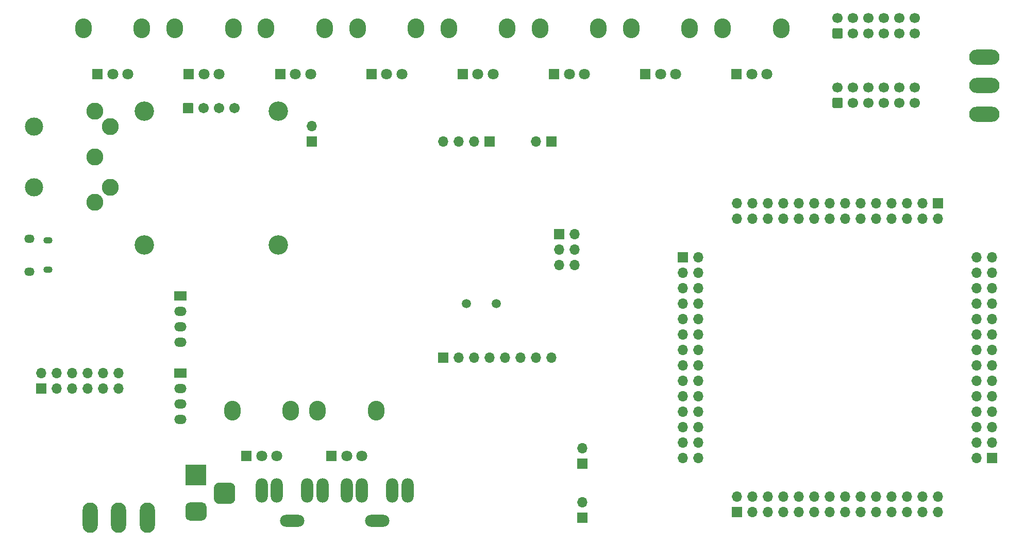
<source format=gbr>
%TF.GenerationSoftware,KiCad,Pcbnew,(5.1.10)-1*%
%TF.CreationDate,2024-11-23T17:23:43+01:00*%
%TF.ProjectId,EFES_project,45464553-5f70-4726-9f6a-6563742e6b69,rev?*%
%TF.SameCoordinates,Original*%
%TF.FileFunction,Soldermask,Bot*%
%TF.FilePolarity,Negative*%
%FSLAX46Y46*%
G04 Gerber Fmt 4.6, Leading zero omitted, Abs format (unit mm)*
G04 Created by KiCad (PCBNEW (5.1.10)-1) date 2024-11-23 17:23:43*
%MOMM*%
%LPD*%
G01*
G04 APERTURE LIST*
%ADD10O,1.700000X1.700000*%
%ADD11R,1.700000X1.700000*%
%ADD12C,1.700000*%
%ADD13C,1.500000*%
%ADD14C,3.204000*%
%ADD15C,1.712000*%
%ADD16R,2.000000X1.500000*%
%ADD17O,2.000000X1.500000*%
%ADD18O,5.000000X2.500000*%
%ADD19O,2.500000X5.000000*%
%ADD20O,2.720000X3.240000*%
%ADD21C,1.800000*%
%ADD22R,1.800000X1.800000*%
%ADD23O,1.700000X1.350000*%
%ADD24O,1.500000X1.100000*%
%ADD25C,2.800000*%
%ADD26C,3.000000*%
%ADD27O,4.000000X2.000000*%
%ADD28O,2.000000X4.000000*%
%ADD29R,3.500000X3.500000*%
G04 APERTURE END LIST*
D10*
%TO.C,J14*%
X171450000Y-74930000D03*
X168910000Y-74930000D03*
X171450000Y-72390000D03*
X168910000Y-72390000D03*
X171450000Y-69850000D03*
D11*
X168910000Y-69850000D03*
%TD*%
D12*
%TO.C,J7*%
X227330000Y-34290000D03*
X224790000Y-34290000D03*
X222250000Y-34290000D03*
X219710000Y-34290000D03*
X217170000Y-34290000D03*
X214630000Y-34290000D03*
X227330000Y-36830000D03*
X224790000Y-36830000D03*
X222250000Y-36830000D03*
X219710000Y-36830000D03*
X217170000Y-36830000D03*
G36*
G01*
X215230000Y-37680000D02*
X214030000Y-37680000D01*
G75*
G02*
X213780000Y-37430000I0J250000D01*
G01*
X213780000Y-36230000D01*
G75*
G02*
X214030000Y-35980000I250000J0D01*
G01*
X215230000Y-35980000D01*
G75*
G02*
X215480000Y-36230000I0J-250000D01*
G01*
X215480000Y-37430000D01*
G75*
G02*
X215230000Y-37680000I-250000J0D01*
G01*
G37*
%TD*%
%TO.C,J5*%
X227330000Y-45720000D03*
X224790000Y-45720000D03*
X222250000Y-45720000D03*
X219710000Y-45720000D03*
X217170000Y-45720000D03*
X214630000Y-45720000D03*
X227330000Y-48260000D03*
X224790000Y-48260000D03*
X222250000Y-48260000D03*
X219710000Y-48260000D03*
X217170000Y-48260000D03*
G36*
G01*
X215230000Y-49110000D02*
X214030000Y-49110000D01*
G75*
G02*
X213780000Y-48860000I0J250000D01*
G01*
X213780000Y-47660000D01*
G75*
G02*
X214030000Y-47410000I250000J0D01*
G01*
X215230000Y-47410000D01*
G75*
G02*
X215480000Y-47660000I0J-250000D01*
G01*
X215480000Y-48860000D01*
G75*
G02*
X215230000Y-49110000I-250000J0D01*
G01*
G37*
%TD*%
D10*
%TO.C,J4*%
X191770000Y-106680000D03*
X189230000Y-106680000D03*
X191770000Y-104140000D03*
X189230000Y-104140000D03*
X191770000Y-101600000D03*
X189230000Y-101600000D03*
X191770000Y-99060000D03*
X189230000Y-99060000D03*
X191770000Y-96520000D03*
X189230000Y-96520000D03*
X191770000Y-93980000D03*
X189230000Y-93980000D03*
X191770000Y-91440000D03*
X189230000Y-91440000D03*
X191770000Y-88900000D03*
X189230000Y-88900000D03*
X191770000Y-86360000D03*
X189230000Y-86360000D03*
X191770000Y-83820000D03*
X189230000Y-83820000D03*
X191770000Y-81280000D03*
X189230000Y-81280000D03*
X191770000Y-78740000D03*
X189230000Y-78740000D03*
X191770000Y-76200000D03*
X189230000Y-76200000D03*
X191770000Y-73660000D03*
D11*
X189230000Y-73660000D03*
%TD*%
D13*
%TO.C,Y1*%
X158570000Y-81280000D03*
X153670000Y-81280000D03*
%TD*%
D14*
%TO.C,U18*%
X100750000Y-71650000D03*
X122750000Y-71650000D03*
X122750000Y-49650000D03*
X100750000Y-49650000D03*
D15*
X115560000Y-49150000D03*
X113020000Y-49150000D03*
X110480000Y-49150000D03*
G36*
G01*
X107084000Y-49904000D02*
X107084000Y-48396000D01*
G75*
G02*
X107186000Y-48294000I102000J0D01*
G01*
X108694000Y-48294000D01*
G75*
G02*
X108796000Y-48396000I0J-102000D01*
G01*
X108796000Y-49904000D01*
G75*
G02*
X108694000Y-50006000I-102000J0D01*
G01*
X107186000Y-50006000D01*
G75*
G02*
X107084000Y-49904000I0J102000D01*
G01*
G37*
%TD*%
D16*
%TO.C,U6*%
X106680000Y-80010000D03*
D17*
X106680000Y-82550000D03*
X106680000Y-85090000D03*
X106680000Y-87630000D03*
%TD*%
D16*
%TO.C,U5*%
X106680000Y-92710000D03*
D17*
X106680000Y-95250000D03*
X106680000Y-97790000D03*
X106680000Y-100330000D03*
%TD*%
D18*
%TO.C,SW3*%
X238750000Y-50110000D03*
X238750000Y-45410000D03*
X238750000Y-40710000D03*
%TD*%
D19*
%TO.C,SW1*%
X101210000Y-116530000D03*
X96510000Y-116530000D03*
X91810000Y-116530000D03*
%TD*%
D20*
%TO.C,RV10*%
X150750000Y-35990000D03*
X160350000Y-35990000D03*
D21*
X158050000Y-43490000D03*
X155550000Y-43490000D03*
D22*
X153050000Y-43490000D03*
%TD*%
D20*
%TO.C,RV9*%
X165750000Y-35990000D03*
X175350000Y-35990000D03*
D21*
X173050000Y-43490000D03*
X170550000Y-43490000D03*
D22*
X168050000Y-43490000D03*
%TD*%
%TO.C,RV8*%
X183050000Y-43490000D03*
D21*
X185550000Y-43490000D03*
X188050000Y-43490000D03*
D20*
X190350000Y-35990000D03*
X180750000Y-35990000D03*
%TD*%
%TO.C,RV7*%
X195750000Y-35990000D03*
X205350000Y-35990000D03*
D21*
X203050000Y-43490000D03*
X200550000Y-43490000D03*
D22*
X198050000Y-43490000D03*
%TD*%
D20*
%TO.C,RV6*%
X90750000Y-35990000D03*
X100350000Y-35990000D03*
D21*
X98050000Y-43490000D03*
X95550000Y-43490000D03*
D22*
X93050000Y-43490000D03*
%TD*%
D20*
%TO.C,RV5*%
X105750000Y-35990000D03*
X115350000Y-35990000D03*
D21*
X113050000Y-43490000D03*
X110550000Y-43490000D03*
D22*
X108050000Y-43490000D03*
%TD*%
D20*
%TO.C,RV4*%
X120750000Y-35990000D03*
X130350000Y-35990000D03*
D21*
X128050000Y-43490000D03*
X125550000Y-43490000D03*
D22*
X123050000Y-43490000D03*
%TD*%
D20*
%TO.C,RV3*%
X135750000Y-35990000D03*
X145350000Y-35990000D03*
D21*
X143050000Y-43490000D03*
X140550000Y-43490000D03*
D22*
X138050000Y-43490000D03*
%TD*%
D20*
%TO.C,RV2*%
X129200000Y-98870000D03*
X138800000Y-98870000D03*
D21*
X136500000Y-106370000D03*
X134000000Y-106370000D03*
D22*
X131500000Y-106370000D03*
%TD*%
D20*
%TO.C,RV1*%
X115200000Y-98870000D03*
X124800000Y-98870000D03*
D21*
X122500000Y-106370000D03*
X120000000Y-106370000D03*
D22*
X117500000Y-106370000D03*
%TD*%
D10*
%TO.C,J19*%
X96520000Y-92710000D03*
X96520000Y-95250000D03*
X93980000Y-92710000D03*
X93980000Y-95250000D03*
X91440000Y-92710000D03*
X91440000Y-95250000D03*
X88900000Y-92710000D03*
X88900000Y-95250000D03*
X86360000Y-92710000D03*
X86360000Y-95250000D03*
X83820000Y-92710000D03*
D11*
X83820000Y-95250000D03*
%TD*%
D10*
%TO.C,J18*%
X172710000Y-113990000D03*
D11*
X172710000Y-116530000D03*
%TD*%
D10*
%TO.C,J17*%
X172710000Y-105100000D03*
D11*
X172710000Y-107640000D03*
%TD*%
D23*
%TO.C,J16*%
X81885000Y-76055000D03*
X81885000Y-70595000D03*
D24*
X84885000Y-75745000D03*
X84885000Y-70905000D03*
%TD*%
D10*
%TO.C,J15*%
X167640000Y-90170000D03*
X165100000Y-90170000D03*
X162560000Y-90170000D03*
X160020000Y-90170000D03*
X157480000Y-90170000D03*
X154940000Y-90170000D03*
X152400000Y-90170000D03*
D11*
X149860000Y-90170000D03*
%TD*%
D10*
%TO.C,J13*%
X128260000Y-52060000D03*
D11*
X128260000Y-54600000D03*
%TD*%
D10*
%TO.C,J12*%
X149860000Y-54610000D03*
X152400000Y-54610000D03*
X154940000Y-54610000D03*
D11*
X157480000Y-54610000D03*
%TD*%
D10*
%TO.C,J11*%
X165100000Y-54610000D03*
D11*
X167640000Y-54610000D03*
%TD*%
D25*
%TO.C,J10*%
X92620000Y-64650000D03*
X92620000Y-49650000D03*
X95120000Y-62150000D03*
X95120000Y-52150000D03*
X92620000Y-57150000D03*
D26*
X82620000Y-62150000D03*
X82620000Y-52150000D03*
%TD*%
D10*
%TO.C,J9*%
X198120000Y-67310000D03*
X198120000Y-64770000D03*
X200660000Y-67310000D03*
X200660000Y-64770000D03*
X203200000Y-67310000D03*
X203200000Y-64770000D03*
X205740000Y-67310000D03*
X205740000Y-64770000D03*
X208280000Y-67310000D03*
X208280000Y-64770000D03*
X210820000Y-67310000D03*
X210820000Y-64770000D03*
X213360000Y-67310000D03*
X213360000Y-64770000D03*
X215900000Y-67310000D03*
X215900000Y-64770000D03*
X218440000Y-67310000D03*
X218440000Y-64770000D03*
X220980000Y-67310000D03*
X220980000Y-64770000D03*
X223520000Y-67310000D03*
X223520000Y-64770000D03*
X226060000Y-67310000D03*
X226060000Y-64770000D03*
X228600000Y-67310000D03*
X228600000Y-64770000D03*
X231140000Y-67310000D03*
D11*
X231140000Y-64770000D03*
%TD*%
D10*
%TO.C,J8*%
X237490000Y-73660000D03*
X240030000Y-73660000D03*
X237490000Y-76200000D03*
X240030000Y-76200000D03*
X237490000Y-78740000D03*
X240030000Y-78740000D03*
X237490000Y-81280000D03*
X240030000Y-81280000D03*
X237490000Y-83820000D03*
X240030000Y-83820000D03*
X237490000Y-86360000D03*
X240030000Y-86360000D03*
X237490000Y-88900000D03*
X240030000Y-88900000D03*
X237490000Y-91440000D03*
X240030000Y-91440000D03*
X237490000Y-93980000D03*
X240030000Y-93980000D03*
X237490000Y-96520000D03*
X240030000Y-96520000D03*
X237490000Y-99060000D03*
X240030000Y-99060000D03*
X237490000Y-101600000D03*
X240030000Y-101600000D03*
X237490000Y-104140000D03*
X240030000Y-104140000D03*
X237490000Y-106680000D03*
D11*
X240030000Y-106680000D03*
%TD*%
D10*
%TO.C,J6*%
X231140000Y-113030000D03*
X231140000Y-115570000D03*
X228600000Y-113030000D03*
X228600000Y-115570000D03*
X226060000Y-113030000D03*
X226060000Y-115570000D03*
X223520000Y-113030000D03*
X223520000Y-115570000D03*
X220980000Y-113030000D03*
X220980000Y-115570000D03*
X218440000Y-113030000D03*
X218440000Y-115570000D03*
X215900000Y-113030000D03*
X215900000Y-115570000D03*
X213360000Y-113030000D03*
X213360000Y-115570000D03*
X210820000Y-113030000D03*
X210820000Y-115570000D03*
X208280000Y-113030000D03*
X208280000Y-115570000D03*
X205740000Y-113030000D03*
X205740000Y-115570000D03*
X203200000Y-113030000D03*
X203200000Y-115570000D03*
X200660000Y-113030000D03*
X200660000Y-115570000D03*
X198120000Y-113030000D03*
D11*
X198120000Y-115570000D03*
%TD*%
D27*
%TO.C,J3*%
X139000000Y-117000000D03*
D28*
X134000000Y-112000000D03*
X144000000Y-112000000D03*
X141500000Y-112000000D03*
X136500000Y-112000000D03*
%TD*%
D27*
%TO.C,J2*%
X125000000Y-117000000D03*
D28*
X120000000Y-112000000D03*
X130000000Y-112000000D03*
X127500000Y-112000000D03*
X122500000Y-112000000D03*
%TD*%
%TO.C,J1*%
G36*
G01*
X114795000Y-114240000D02*
X113045000Y-114240000D01*
G75*
G02*
X112170000Y-113365000I0J875000D01*
G01*
X112170000Y-111615000D01*
G75*
G02*
X113045000Y-110740000I875000J0D01*
G01*
X114795000Y-110740000D01*
G75*
G02*
X115670000Y-111615000I0J-875000D01*
G01*
X115670000Y-113365000D01*
G75*
G02*
X114795000Y-114240000I-875000J0D01*
G01*
G37*
G36*
G01*
X110220000Y-116990000D02*
X108220000Y-116990000D01*
G75*
G02*
X107470000Y-116240000I0J750000D01*
G01*
X107470000Y-114740000D01*
G75*
G02*
X108220000Y-113990000I750000J0D01*
G01*
X110220000Y-113990000D01*
G75*
G02*
X110970000Y-114740000I0J-750000D01*
G01*
X110970000Y-116240000D01*
G75*
G02*
X110220000Y-116990000I-750000J0D01*
G01*
G37*
D29*
X109220000Y-109490000D03*
%TD*%
M02*

</source>
